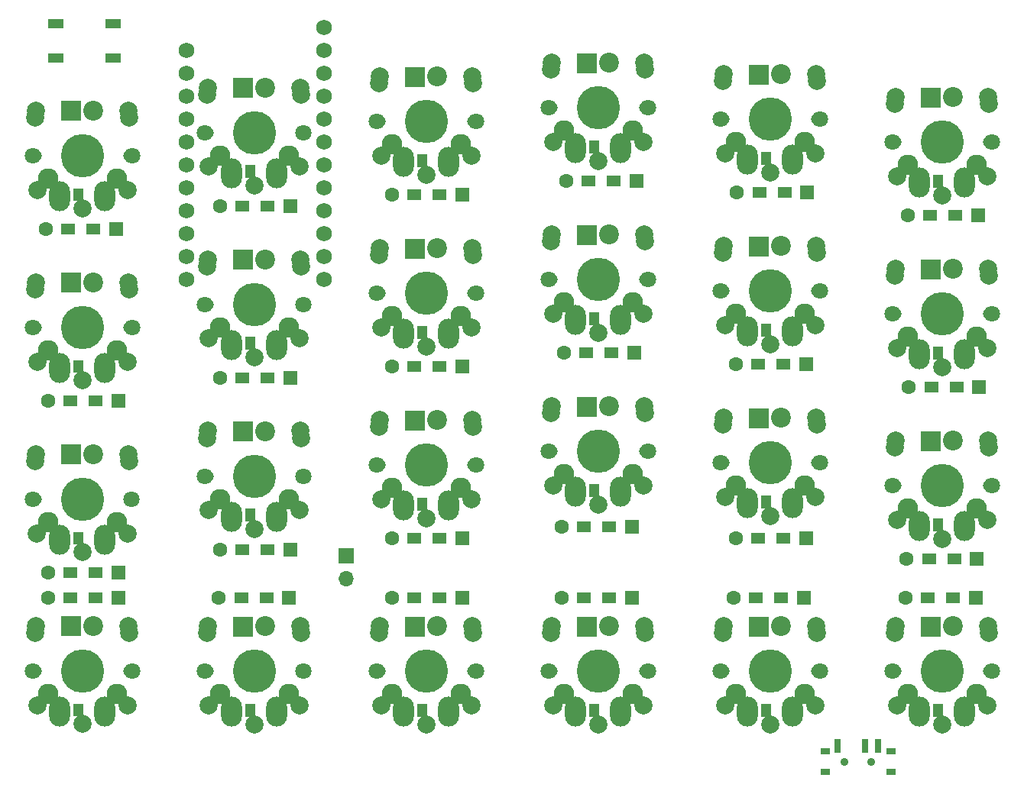
<source format=gbr>
G04 #@! TF.GenerationSoftware,KiCad,Pcbnew,5.1.9*
G04 #@! TF.CreationDate,2021-01-25T17:48:52-06:00*
G04 #@! TF.ProjectId,halfboard,68616c66-626f-4617-9264-2e6b69636164,rev?*
G04 #@! TF.SameCoordinates,Original*
G04 #@! TF.FileFunction,Soldermask,Top*
G04 #@! TF.FilePolarity,Negative*
%FSLAX46Y46*%
G04 Gerber Fmt 4.6, Leading zero omitted, Abs format (unit mm)*
G04 Created by KiCad (PCBNEW 5.1.9) date 2021-01-25 17:48:52*
%MOMM*%
%LPD*%
G01*
G04 APERTURE LIST*
%ADD10C,0.100000*%
%ADD11C,2.000000*%
%ADD12R,2.200000X2.200000*%
%ADD13C,2.200000*%
%ADD14C,1.193800*%
%ADD15O,2.300000X3.337000*%
%ADD16C,2.286000*%
%ADD17C,1.800000*%
%ADD18C,4.800000*%
%ADD19R,1.700000X1.000000*%
%ADD20C,0.900000*%
%ADD21C,1.752600*%
%ADD22R,1.000000X0.800000*%
%ADD23R,0.700000X1.500000*%
%ADD24R,1.600000X1.200000*%
%ADD25C,1.600000*%
%ADD26R,1.600000X1.600000*%
%ADD27O,1.700000X1.700000*%
%ADD28R,1.700000X1.700000*%
G04 APERTURE END LIST*
D10*
G04 #@! TO.C,SW24*
G36*
X194468303Y-129620530D02*
G01*
X193452303Y-129620530D01*
X193452303Y-130941330D01*
X194468303Y-130941330D01*
X194468303Y-129620530D01*
G37*
X194468303Y-129620530D02*
X193452303Y-129620530D01*
X193452303Y-130941330D01*
X194468303Y-130941330D01*
X194468303Y-129620530D01*
G04 #@! TO.C,SW23*
G36*
X175418303Y-129620530D02*
G01*
X174402303Y-129620530D01*
X174402303Y-130941330D01*
X175418303Y-130941330D01*
X175418303Y-129620530D01*
G37*
X175418303Y-129620530D02*
X174402303Y-129620530D01*
X174402303Y-130941330D01*
X175418303Y-130941330D01*
X175418303Y-129620530D01*
G04 #@! TO.C,SW22*
G36*
X156368303Y-129620530D02*
G01*
X155352303Y-129620530D01*
X155352303Y-130941330D01*
X156368303Y-130941330D01*
X156368303Y-129620530D01*
G37*
X156368303Y-129620530D02*
X155352303Y-129620530D01*
X155352303Y-130941330D01*
X156368303Y-130941330D01*
X156368303Y-129620530D01*
G04 #@! TO.C,SW21*
G36*
X137318303Y-129620530D02*
G01*
X136302303Y-129620530D01*
X136302303Y-130941330D01*
X137318303Y-130941330D01*
X137318303Y-129620530D01*
G37*
X137318303Y-129620530D02*
X136302303Y-129620530D01*
X136302303Y-130941330D01*
X137318303Y-130941330D01*
X137318303Y-129620530D01*
G04 #@! TO.C,SW20*
G36*
X118262400Y-129616200D02*
G01*
X117246400Y-129616200D01*
X117246400Y-130937000D01*
X118262400Y-130937000D01*
X118262400Y-129616200D01*
G37*
X118262400Y-129616200D02*
X117246400Y-129616200D01*
X117246400Y-130937000D01*
X118262400Y-130937000D01*
X118262400Y-129616200D01*
G04 #@! TO.C,SW19*
G36*
X99220000Y-129590800D02*
G01*
X98204000Y-129590800D01*
X98204000Y-130911600D01*
X99220000Y-130911600D01*
X99220000Y-129590800D01*
G37*
X99220000Y-129590800D02*
X98204000Y-129590800D01*
X98204000Y-130911600D01*
X99220000Y-130911600D01*
X99220000Y-129590800D01*
G04 #@! TO.C,SW18*
G36*
X194468303Y-109046530D02*
G01*
X193452303Y-109046530D01*
X193452303Y-110367330D01*
X194468303Y-110367330D01*
X194468303Y-109046530D01*
G37*
X194468303Y-109046530D02*
X193452303Y-109046530D01*
X193452303Y-110367330D01*
X194468303Y-110367330D01*
X194468303Y-109046530D01*
G04 #@! TO.C,SW17*
G36*
X175418303Y-106506530D02*
G01*
X174402303Y-106506530D01*
X174402303Y-107827330D01*
X175418303Y-107827330D01*
X175418303Y-106506530D01*
G37*
X175418303Y-106506530D02*
X174402303Y-106506530D01*
X174402303Y-107827330D01*
X175418303Y-107827330D01*
X175418303Y-106506530D01*
G04 #@! TO.C,SW16*
G36*
X156368303Y-105236530D02*
G01*
X155352303Y-105236530D01*
X155352303Y-106557330D01*
X156368303Y-106557330D01*
X156368303Y-105236530D01*
G37*
X156368303Y-105236530D02*
X155352303Y-105236530D01*
X155352303Y-106557330D01*
X156368303Y-106557330D01*
X156368303Y-105236530D01*
G04 #@! TO.C,SW15*
G36*
X137318303Y-106760530D02*
G01*
X136302303Y-106760530D01*
X136302303Y-108081330D01*
X137318303Y-108081330D01*
X137318303Y-106760530D01*
G37*
X137318303Y-106760530D02*
X136302303Y-106760530D01*
X136302303Y-108081330D01*
X137318303Y-108081330D01*
X137318303Y-106760530D01*
G04 #@! TO.C,SW14*
G36*
X118265231Y-107987030D02*
G01*
X117249231Y-107987030D01*
X117249231Y-109307830D01*
X118265231Y-109307830D01*
X118265231Y-107987030D01*
G37*
X118265231Y-107987030D02*
X117249231Y-107987030D01*
X117249231Y-109307830D01*
X118265231Y-109307830D01*
X118265231Y-107987030D01*
G04 #@! TO.C,SW13*
G36*
X99212400Y-110540800D02*
G01*
X98196400Y-110540800D01*
X98196400Y-111861600D01*
X99212400Y-111861600D01*
X99212400Y-110540800D01*
G37*
X99212400Y-110540800D02*
X98196400Y-110540800D01*
X98196400Y-111861600D01*
X99212400Y-111861600D01*
X99212400Y-110540800D01*
G04 #@! TO.C,SW12*
G36*
X194468303Y-89996530D02*
G01*
X193452303Y-89996530D01*
X193452303Y-91317330D01*
X194468303Y-91317330D01*
X194468303Y-89996530D01*
G37*
X194468303Y-89996530D02*
X193452303Y-89996530D01*
X193452303Y-91317330D01*
X194468303Y-91317330D01*
X194468303Y-89996530D01*
G04 #@! TO.C,SW11*
G36*
X175418303Y-87456530D02*
G01*
X174402303Y-87456530D01*
X174402303Y-88777330D01*
X175418303Y-88777330D01*
X175418303Y-87456530D01*
G37*
X175418303Y-87456530D02*
X174402303Y-87456530D01*
X174402303Y-88777330D01*
X175418303Y-88777330D01*
X175418303Y-87456530D01*
G04 #@! TO.C,SW10*
G36*
X156368303Y-86186530D02*
G01*
X155352303Y-86186530D01*
X155352303Y-87507330D01*
X156368303Y-87507330D01*
X156368303Y-86186530D01*
G37*
X156368303Y-86186530D02*
X155352303Y-86186530D01*
X155352303Y-87507330D01*
X156368303Y-87507330D01*
X156368303Y-86186530D01*
G04 #@! TO.C,SW9*
G36*
X137318303Y-87710530D02*
G01*
X136302303Y-87710530D01*
X136302303Y-89031330D01*
X137318303Y-89031330D01*
X137318303Y-87710530D01*
G37*
X137318303Y-87710530D02*
X136302303Y-87710530D01*
X136302303Y-89031330D01*
X137318303Y-89031330D01*
X137318303Y-87710530D01*
G04 #@! TO.C,SW8*
G36*
X118265231Y-88938629D02*
G01*
X117249231Y-88938629D01*
X117249231Y-90259429D01*
X118265231Y-90259429D01*
X118265231Y-88938629D01*
G37*
X118265231Y-88938629D02*
X117249231Y-88938629D01*
X117249231Y-90259429D01*
X118265231Y-90259429D01*
X118265231Y-88938629D01*
G04 #@! TO.C,SW7*
G36*
X99220000Y-91490800D02*
G01*
X98204000Y-91490800D01*
X98204000Y-92811600D01*
X99220000Y-92811600D01*
X99220000Y-91490800D01*
G37*
X99220000Y-91490800D02*
X98204000Y-91490800D01*
X98204000Y-92811600D01*
X99220000Y-92811600D01*
X99220000Y-91490800D01*
G04 #@! TO.C,SW6*
G36*
X194468303Y-70946530D02*
G01*
X193452303Y-70946530D01*
X193452303Y-72267330D01*
X194468303Y-72267330D01*
X194468303Y-70946530D01*
G37*
X194468303Y-70946530D02*
X193452303Y-70946530D01*
X193452303Y-72267330D01*
X194468303Y-72267330D01*
X194468303Y-70946530D01*
G04 #@! TO.C,SW5*
G36*
X175418303Y-68406530D02*
G01*
X174402303Y-68406530D01*
X174402303Y-69727330D01*
X175418303Y-69727330D01*
X175418303Y-68406530D01*
G37*
X175418303Y-68406530D02*
X174402303Y-68406530D01*
X174402303Y-69727330D01*
X175418303Y-69727330D01*
X175418303Y-68406530D01*
G04 #@! TO.C,SW4*
G36*
X156368303Y-67136530D02*
G01*
X155352303Y-67136530D01*
X155352303Y-68457330D01*
X156368303Y-68457330D01*
X156368303Y-67136530D01*
G37*
X156368303Y-67136530D02*
X155352303Y-67136530D01*
X155352303Y-68457330D01*
X156368303Y-68457330D01*
X156368303Y-67136530D01*
G04 #@! TO.C,SW3*
G36*
X137318303Y-68656530D02*
G01*
X136302303Y-68656530D01*
X136302303Y-69977330D01*
X137318303Y-69977330D01*
X137318303Y-68656530D01*
G37*
X137318303Y-68656530D02*
X136302303Y-68656530D01*
X136302303Y-69977330D01*
X137318303Y-69977330D01*
X137318303Y-68656530D01*
G04 #@! TO.C,SW2*
G36*
X118265231Y-69890530D02*
G01*
X117249231Y-69890530D01*
X117249231Y-71211330D01*
X118265231Y-71211330D01*
X118265231Y-69890530D01*
G37*
X118265231Y-69890530D02*
X117249231Y-69890530D01*
X117249231Y-71211330D01*
X118265231Y-71211330D01*
X118265231Y-69890530D01*
G04 #@! TO.C,SW1*
G36*
X99220000Y-72440800D02*
G01*
X98204000Y-72440800D01*
X98204000Y-73761600D01*
X99220000Y-73761600D01*
X99220000Y-72440800D01*
G37*
X99220000Y-72440800D02*
X98204000Y-72440800D01*
X98204000Y-73761600D01*
X99220000Y-73761600D01*
X99220000Y-72440800D01*
G04 #@! TD*
D11*
G04 #@! TO.C,SW24*
X189248303Y-121788330D03*
X199688303Y-121788330D03*
D12*
X193198303Y-121058330D03*
D13*
X195698303Y-121008330D03*
D14*
X189388303Y-125988330D03*
X199548303Y-125988330D03*
D15*
X191948303Y-130488330D03*
X196988303Y-130488330D03*
D16*
X190658303Y-128528330D03*
X198278303Y-128528330D03*
D11*
X189318303Y-120988330D03*
X199468303Y-129788330D03*
X199618303Y-120988330D03*
X194468303Y-131888330D03*
X189468303Y-129788330D03*
D17*
X188968303Y-125988330D03*
X199968303Y-125988330D03*
D18*
X194468303Y-125988330D03*
G04 #@! TD*
D11*
G04 #@! TO.C,SW23*
X170198303Y-121788330D03*
X180638303Y-121788330D03*
D12*
X174148303Y-121058330D03*
D13*
X176648303Y-121008330D03*
D14*
X170338303Y-125988330D03*
X180498303Y-125988330D03*
D15*
X172898303Y-130488330D03*
X177938303Y-130488330D03*
D16*
X171608303Y-128528330D03*
X179228303Y-128528330D03*
D11*
X170268303Y-120988330D03*
X180418303Y-129788330D03*
X180568303Y-120988330D03*
X175418303Y-131888330D03*
X170418303Y-129788330D03*
D17*
X169918303Y-125988330D03*
X180918303Y-125988330D03*
D18*
X175418303Y-125988330D03*
G04 #@! TD*
D11*
G04 #@! TO.C,SW22*
X151148303Y-121788330D03*
X161588303Y-121788330D03*
D12*
X155098303Y-121058330D03*
D13*
X157598303Y-121008330D03*
D14*
X151288303Y-125988330D03*
X161448303Y-125988330D03*
D15*
X153848303Y-130488330D03*
X158888303Y-130488330D03*
D16*
X152558303Y-128528330D03*
X160178303Y-128528330D03*
D11*
X151218303Y-120988330D03*
X161368303Y-129788330D03*
X161518303Y-120988330D03*
X156368303Y-131888330D03*
X151368303Y-129788330D03*
D17*
X150868303Y-125988330D03*
X161868303Y-125988330D03*
D18*
X156368303Y-125988330D03*
G04 #@! TD*
D11*
G04 #@! TO.C,SW21*
X132098303Y-121788330D03*
X142538303Y-121788330D03*
D12*
X136048303Y-121058330D03*
D13*
X138548303Y-121008330D03*
D14*
X132238303Y-125988330D03*
X142398303Y-125988330D03*
D15*
X134798303Y-130488330D03*
X139838303Y-130488330D03*
D16*
X133508303Y-128528330D03*
X141128303Y-128528330D03*
D11*
X132168303Y-120988330D03*
X142318303Y-129788330D03*
X142468303Y-120988330D03*
X137318303Y-131888330D03*
X132318303Y-129788330D03*
D17*
X131818303Y-125988330D03*
X142818303Y-125988330D03*
D18*
X137318303Y-125988330D03*
G04 #@! TD*
D11*
G04 #@! TO.C,SW20*
X113042400Y-121784000D03*
X123482400Y-121784000D03*
D12*
X116992400Y-121054000D03*
D13*
X119492400Y-121004000D03*
D14*
X113182400Y-125984000D03*
X123342400Y-125984000D03*
D15*
X115742400Y-130484000D03*
X120782400Y-130484000D03*
D16*
X114452400Y-128524000D03*
X122072400Y-128524000D03*
D11*
X113112400Y-120984000D03*
X123262400Y-129784000D03*
X123412400Y-120984000D03*
X118262400Y-131884000D03*
X113262400Y-129784000D03*
D17*
X112762400Y-125984000D03*
X123762400Y-125984000D03*
D18*
X118262400Y-125984000D03*
G04 #@! TD*
D11*
G04 #@! TO.C,SW19*
X94000000Y-121758600D03*
X104440000Y-121758600D03*
D12*
X97950000Y-121028600D03*
D13*
X100450000Y-120978600D03*
D14*
X94140000Y-125958600D03*
X104300000Y-125958600D03*
D15*
X96700000Y-130458600D03*
X101740000Y-130458600D03*
D16*
X95410000Y-128498600D03*
X103030000Y-128498600D03*
D11*
X94070000Y-120958600D03*
X104220000Y-129758600D03*
X104370000Y-120958600D03*
X99220000Y-131858600D03*
X94220000Y-129758600D03*
D17*
X93720000Y-125958600D03*
X104720000Y-125958600D03*
D18*
X99220000Y-125958600D03*
G04 #@! TD*
D11*
G04 #@! TO.C,SW18*
X189248303Y-101214330D03*
X199688303Y-101214330D03*
D12*
X193198303Y-100484330D03*
D13*
X195698303Y-100434330D03*
D14*
X189388303Y-105414330D03*
X199548303Y-105414330D03*
D15*
X191948303Y-109914330D03*
X196988303Y-109914330D03*
D16*
X190658303Y-107954330D03*
X198278303Y-107954330D03*
D11*
X189318303Y-100414330D03*
X199468303Y-109214330D03*
X199618303Y-100414330D03*
X194468303Y-111314330D03*
X189468303Y-109214330D03*
D17*
X188968303Y-105414330D03*
X199968303Y-105414330D03*
D18*
X194468303Y-105414330D03*
G04 #@! TD*
D11*
G04 #@! TO.C,SW17*
X170198303Y-98674330D03*
X180638303Y-98674330D03*
D12*
X174148303Y-97944330D03*
D13*
X176648303Y-97894330D03*
D14*
X170338303Y-102874330D03*
X180498303Y-102874330D03*
D15*
X172898303Y-107374330D03*
X177938303Y-107374330D03*
D16*
X171608303Y-105414330D03*
X179228303Y-105414330D03*
D11*
X170268303Y-97874330D03*
X180418303Y-106674330D03*
X180568303Y-97874330D03*
X175418303Y-108774330D03*
X170418303Y-106674330D03*
D17*
X169918303Y-102874330D03*
X180918303Y-102874330D03*
D18*
X175418303Y-102874330D03*
G04 #@! TD*
D11*
G04 #@! TO.C,SW16*
X151148303Y-97404330D03*
X161588303Y-97404330D03*
D12*
X155098303Y-96674330D03*
D13*
X157598303Y-96624330D03*
D14*
X151288303Y-101604330D03*
X161448303Y-101604330D03*
D15*
X153848303Y-106104330D03*
X158888303Y-106104330D03*
D16*
X152558303Y-104144330D03*
X160178303Y-104144330D03*
D11*
X151218303Y-96604330D03*
X161368303Y-105404330D03*
X161518303Y-96604330D03*
X156368303Y-107504330D03*
X151368303Y-105404330D03*
D17*
X150868303Y-101604330D03*
X161868303Y-101604330D03*
D18*
X156368303Y-101604330D03*
G04 #@! TD*
D11*
G04 #@! TO.C,SW15*
X132098303Y-98928330D03*
X142538303Y-98928330D03*
D12*
X136048303Y-98198330D03*
D13*
X138548303Y-98148330D03*
D14*
X132238303Y-103128330D03*
X142398303Y-103128330D03*
D15*
X134798303Y-107628330D03*
X139838303Y-107628330D03*
D16*
X133508303Y-105668330D03*
X141128303Y-105668330D03*
D11*
X132168303Y-98128330D03*
X142318303Y-106928330D03*
X142468303Y-98128330D03*
X137318303Y-109028330D03*
X132318303Y-106928330D03*
D17*
X131818303Y-103128330D03*
X142818303Y-103128330D03*
D18*
X137318303Y-103128330D03*
G04 #@! TD*
D11*
G04 #@! TO.C,SW14*
X113045231Y-100154830D03*
X123485231Y-100154830D03*
D12*
X116995231Y-99424830D03*
D13*
X119495231Y-99374830D03*
D14*
X113185231Y-104354830D03*
X123345231Y-104354830D03*
D15*
X115745231Y-108854830D03*
X120785231Y-108854830D03*
D16*
X114455231Y-106894830D03*
X122075231Y-106894830D03*
D11*
X113115231Y-99354830D03*
X123265231Y-108154830D03*
X123415231Y-99354830D03*
X118265231Y-110254830D03*
X113265231Y-108154830D03*
D17*
X112765231Y-104354830D03*
X123765231Y-104354830D03*
D18*
X118265231Y-104354830D03*
G04 #@! TD*
D11*
G04 #@! TO.C,SW13*
X93992400Y-102708600D03*
X104432400Y-102708600D03*
D12*
X97942400Y-101978600D03*
D13*
X100442400Y-101928600D03*
D14*
X94132400Y-106908600D03*
X104292400Y-106908600D03*
D15*
X96692400Y-111408600D03*
X101732400Y-111408600D03*
D16*
X95402400Y-109448600D03*
X103022400Y-109448600D03*
D11*
X94062400Y-101908600D03*
X104212400Y-110708600D03*
X104362400Y-101908600D03*
X99212400Y-112808600D03*
X94212400Y-110708600D03*
D17*
X93712400Y-106908600D03*
X104712400Y-106908600D03*
D18*
X99212400Y-106908600D03*
G04 #@! TD*
D11*
G04 #@! TO.C,SW12*
X189248303Y-82164330D03*
X199688303Y-82164330D03*
D12*
X193198303Y-81434330D03*
D13*
X195698303Y-81384330D03*
D14*
X189388303Y-86364330D03*
X199548303Y-86364330D03*
D15*
X191948303Y-90864330D03*
X196988303Y-90864330D03*
D16*
X190658303Y-88904330D03*
X198278303Y-88904330D03*
D11*
X189318303Y-81364330D03*
X199468303Y-90164330D03*
X199618303Y-81364330D03*
X194468303Y-92264330D03*
X189468303Y-90164330D03*
D17*
X188968303Y-86364330D03*
X199968303Y-86364330D03*
D18*
X194468303Y-86364330D03*
G04 #@! TD*
D11*
G04 #@! TO.C,SW11*
X170198303Y-79624330D03*
X180638303Y-79624330D03*
D12*
X174148303Y-78894330D03*
D13*
X176648303Y-78844330D03*
D14*
X170338303Y-83824330D03*
X180498303Y-83824330D03*
D15*
X172898303Y-88324330D03*
X177938303Y-88324330D03*
D16*
X171608303Y-86364330D03*
X179228303Y-86364330D03*
D11*
X170268303Y-78824330D03*
X180418303Y-87624330D03*
X180568303Y-78824330D03*
X175418303Y-89724330D03*
X170418303Y-87624330D03*
D17*
X169918303Y-83824330D03*
X180918303Y-83824330D03*
D18*
X175418303Y-83824330D03*
G04 #@! TD*
D11*
G04 #@! TO.C,SW10*
X151148303Y-78354330D03*
X161588303Y-78354330D03*
D12*
X155098303Y-77624330D03*
D13*
X157598303Y-77574330D03*
D14*
X151288303Y-82554330D03*
X161448303Y-82554330D03*
D15*
X153848303Y-87054330D03*
X158888303Y-87054330D03*
D16*
X152558303Y-85094330D03*
X160178303Y-85094330D03*
D11*
X151218303Y-77554330D03*
X161368303Y-86354330D03*
X161518303Y-77554330D03*
X156368303Y-88454330D03*
X151368303Y-86354330D03*
D17*
X150868303Y-82554330D03*
X161868303Y-82554330D03*
D18*
X156368303Y-82554330D03*
G04 #@! TD*
D11*
G04 #@! TO.C,SW9*
X132098303Y-79878330D03*
X142538303Y-79878330D03*
D12*
X136048303Y-79148330D03*
D13*
X138548303Y-79098330D03*
D14*
X132238303Y-84078330D03*
X142398303Y-84078330D03*
D15*
X134798303Y-88578330D03*
X139838303Y-88578330D03*
D16*
X133508303Y-86618330D03*
X141128303Y-86618330D03*
D11*
X132168303Y-79078330D03*
X142318303Y-87878330D03*
X142468303Y-79078330D03*
X137318303Y-89978330D03*
X132318303Y-87878330D03*
D17*
X131818303Y-84078330D03*
X142818303Y-84078330D03*
D18*
X137318303Y-84078330D03*
G04 #@! TD*
D11*
G04 #@! TO.C,SW8*
X113045231Y-81106429D03*
X123485231Y-81106429D03*
D12*
X116995231Y-80376429D03*
D13*
X119495231Y-80326429D03*
D14*
X113185231Y-85306429D03*
X123345231Y-85306429D03*
D15*
X115745231Y-89806429D03*
X120785231Y-89806429D03*
D16*
X114455231Y-87846429D03*
X122075231Y-87846429D03*
D11*
X113115231Y-80306429D03*
X123265231Y-89106429D03*
X123415231Y-80306429D03*
X118265231Y-91206429D03*
X113265231Y-89106429D03*
D17*
X112765231Y-85306429D03*
X123765231Y-85306429D03*
D18*
X118265231Y-85306429D03*
G04 #@! TD*
D11*
G04 #@! TO.C,SW7*
X94000000Y-83658600D03*
X104440000Y-83658600D03*
D12*
X97950000Y-82928600D03*
D13*
X100450000Y-82878600D03*
D14*
X94140000Y-87858600D03*
X104300000Y-87858600D03*
D15*
X96700000Y-92358600D03*
X101740000Y-92358600D03*
D16*
X95410000Y-90398600D03*
X103030000Y-90398600D03*
D11*
X94070000Y-82858600D03*
X104220000Y-91658600D03*
X104370000Y-82858600D03*
X99220000Y-93758600D03*
X94220000Y-91658600D03*
D17*
X93720000Y-87858600D03*
X104720000Y-87858600D03*
D18*
X99220000Y-87858600D03*
G04 #@! TD*
D11*
G04 #@! TO.C,SW6*
X189248303Y-63114330D03*
X199688303Y-63114330D03*
D12*
X193198303Y-62384330D03*
D13*
X195698303Y-62334330D03*
D14*
X189388303Y-67314330D03*
X199548303Y-67314330D03*
D15*
X191948303Y-71814330D03*
X196988303Y-71814330D03*
D16*
X190658303Y-69854330D03*
X198278303Y-69854330D03*
D11*
X189318303Y-62314330D03*
X199468303Y-71114330D03*
X199618303Y-62314330D03*
X194468303Y-73214330D03*
X189468303Y-71114330D03*
D17*
X188968303Y-67314330D03*
X199968303Y-67314330D03*
D18*
X194468303Y-67314330D03*
G04 #@! TD*
D11*
G04 #@! TO.C,SW5*
X170198303Y-60574330D03*
X180638303Y-60574330D03*
D12*
X174148303Y-59844330D03*
D13*
X176648303Y-59794330D03*
D14*
X170338303Y-64774330D03*
X180498303Y-64774330D03*
D15*
X172898303Y-69274330D03*
X177938303Y-69274330D03*
D16*
X171608303Y-67314330D03*
X179228303Y-67314330D03*
D11*
X170268303Y-59774330D03*
X180418303Y-68574330D03*
X180568303Y-59774330D03*
X175418303Y-70674330D03*
X170418303Y-68574330D03*
D17*
X169918303Y-64774330D03*
X180918303Y-64774330D03*
D18*
X175418303Y-64774330D03*
G04 #@! TD*
D11*
G04 #@! TO.C,SW4*
X151148303Y-59304330D03*
X161588303Y-59304330D03*
D12*
X155098303Y-58574330D03*
D13*
X157598303Y-58524330D03*
D14*
X151288303Y-63504330D03*
X161448303Y-63504330D03*
D15*
X153848303Y-68004330D03*
X158888303Y-68004330D03*
D16*
X152558303Y-66044330D03*
X160178303Y-66044330D03*
D11*
X151218303Y-58504330D03*
X161368303Y-67304330D03*
X161518303Y-58504330D03*
X156368303Y-69404330D03*
X151368303Y-67304330D03*
D17*
X150868303Y-63504330D03*
X161868303Y-63504330D03*
D18*
X156368303Y-63504330D03*
G04 #@! TD*
D11*
G04 #@! TO.C,SW3*
X132098303Y-60824330D03*
X142538303Y-60824330D03*
D12*
X136048303Y-60094330D03*
D13*
X138548303Y-60044330D03*
D14*
X132238303Y-65024330D03*
X142398303Y-65024330D03*
D15*
X134798303Y-69524330D03*
X139838303Y-69524330D03*
D16*
X133508303Y-67564330D03*
X141128303Y-67564330D03*
D11*
X132168303Y-60024330D03*
X142318303Y-68824330D03*
X142468303Y-60024330D03*
X137318303Y-70924330D03*
X132318303Y-68824330D03*
D17*
X131818303Y-65024330D03*
X142818303Y-65024330D03*
D18*
X137318303Y-65024330D03*
G04 #@! TD*
D11*
G04 #@! TO.C,SW2*
X113045231Y-62058330D03*
X123485231Y-62058330D03*
D12*
X116995231Y-61328330D03*
D13*
X119495231Y-61278330D03*
D14*
X113185231Y-66258330D03*
X123345231Y-66258330D03*
D15*
X115745231Y-70758330D03*
X120785231Y-70758330D03*
D16*
X114455231Y-68798330D03*
X122075231Y-68798330D03*
D11*
X113115231Y-61258330D03*
X123265231Y-70058330D03*
X123415231Y-61258330D03*
X118265231Y-72158330D03*
X113265231Y-70058330D03*
D17*
X112765231Y-66258330D03*
X123765231Y-66258330D03*
D18*
X118265231Y-66258330D03*
G04 #@! TD*
D11*
G04 #@! TO.C,SW1*
X94000000Y-64608600D03*
X104440000Y-64608600D03*
D12*
X97950000Y-63878600D03*
D13*
X100450000Y-63828600D03*
D14*
X94140000Y-68808600D03*
X104300000Y-68808600D03*
D15*
X96700000Y-73308600D03*
X101740000Y-73308600D03*
D16*
X95410000Y-71348600D03*
X103030000Y-71348600D03*
D11*
X94070000Y-63808600D03*
X104220000Y-72608600D03*
X104370000Y-63808600D03*
X99220000Y-74708600D03*
X94220000Y-72608600D03*
D17*
X93720000Y-68808600D03*
X104720000Y-68808600D03*
D18*
X99220000Y-68808600D03*
G04 #@! TD*
D19*
G04 #@! TO.C,RESET1*
X102616400Y-57957800D03*
X96316400Y-57957800D03*
X102616400Y-54157800D03*
X96316400Y-54157800D03*
G04 #@! TD*
D20*
G04 #@! TO.C,PWR_SW2*
X183640600Y-136042200D03*
X186640600Y-136042200D03*
G04 #@! TD*
D21*
G04 #@! TO.C,U1*
X110744000Y-57150000D03*
X110744000Y-59690000D03*
X110744000Y-62230000D03*
X110744000Y-64770000D03*
X110744000Y-67310000D03*
X110744000Y-69850000D03*
X110744000Y-72390000D03*
X110744000Y-74930000D03*
X110744000Y-77470000D03*
X110744000Y-80010000D03*
X125984000Y-82550000D03*
X125984000Y-80010000D03*
X125984000Y-77470000D03*
X125984000Y-74930000D03*
X125984000Y-72390000D03*
X125984000Y-69850000D03*
X125984000Y-67310000D03*
X125984000Y-64770000D03*
X125984000Y-62230000D03*
X125984000Y-59690000D03*
X125984000Y-57150000D03*
X110744000Y-82550000D03*
X125984000Y-54610000D03*
G04 #@! TD*
D22*
G04 #@! TO.C,PWR_SW1*
X181516000Y-134906800D03*
X188816000Y-134906800D03*
X188816000Y-137116800D03*
X181516000Y-137116800D03*
D23*
X187416000Y-134256800D03*
X185916000Y-134256800D03*
X182916000Y-134256800D03*
D20*
X186666000Y-136016800D03*
X183666000Y-136016800D03*
G04 #@! TD*
D24*
G04 #@! TO.C,D24*
X195710000Y-117856000D03*
X192910000Y-117856000D03*
D25*
X190410000Y-117856000D03*
D26*
X198210000Y-117856000D03*
G04 #@! TD*
D24*
G04 #@! TO.C,D23*
X176660000Y-117856000D03*
X173860000Y-117856000D03*
D25*
X171360000Y-117856000D03*
D26*
X179160000Y-117856000D03*
G04 #@! TD*
D24*
G04 #@! TO.C,D22*
X157610000Y-117856000D03*
X154810000Y-117856000D03*
D25*
X152310000Y-117856000D03*
D26*
X160110000Y-117856000D03*
G04 #@! TD*
D24*
G04 #@! TO.C,D21*
X138814000Y-117856000D03*
X136014000Y-117856000D03*
D25*
X133514000Y-117856000D03*
D26*
X141314000Y-117856000D03*
G04 #@! TD*
D24*
G04 #@! TO.C,D20*
X119640000Y-117856000D03*
X116840000Y-117856000D03*
D25*
X114340000Y-117856000D03*
D26*
X122140000Y-117856000D03*
G04 #@! TD*
D24*
G04 #@! TO.C,D19*
X100714000Y-117856000D03*
X97914000Y-117856000D03*
D25*
X95414000Y-117856000D03*
D26*
X103214000Y-117856000D03*
G04 #@! TD*
D24*
G04 #@! TO.C,D18*
X195834000Y-113538000D03*
X193034000Y-113538000D03*
D25*
X190534000Y-113538000D03*
D26*
X198334000Y-113538000D03*
G04 #@! TD*
D24*
G04 #@! TO.C,D17*
X176914000Y-111252000D03*
X174114000Y-111252000D03*
D25*
X171614000Y-111252000D03*
D26*
X179414000Y-111252000D03*
G04 #@! TD*
D24*
G04 #@! TO.C,D16*
X157610000Y-109982000D03*
X154810000Y-109982000D03*
D25*
X152310000Y-109982000D03*
D26*
X160110000Y-109982000D03*
G04 #@! TD*
D24*
G04 #@! TO.C,D15*
X138814000Y-111252000D03*
X136014000Y-111252000D03*
D25*
X133514000Y-111252000D03*
D26*
X141314000Y-111252000D03*
G04 #@! TD*
D24*
G04 #@! TO.C,D14*
X119764000Y-112522000D03*
X116964000Y-112522000D03*
D25*
X114464000Y-112522000D03*
D26*
X122264000Y-112522000D03*
G04 #@! TD*
D24*
G04 #@! TO.C,D13*
X100714000Y-115062000D03*
X97914000Y-115062000D03*
D25*
X95414000Y-115062000D03*
D26*
X103214000Y-115062000D03*
G04 #@! TD*
D24*
G04 #@! TO.C,D12*
X196088000Y-94488000D03*
X193288000Y-94488000D03*
D25*
X190788000Y-94488000D03*
D26*
X198588000Y-94488000D03*
G04 #@! TD*
D24*
G04 #@! TO.C,D11*
X176914000Y-91948000D03*
X174114000Y-91948000D03*
D25*
X171614000Y-91948000D03*
D26*
X179414000Y-91948000D03*
G04 #@! TD*
D24*
G04 #@! TO.C,D10*
X157864000Y-90678000D03*
X155064000Y-90678000D03*
D25*
X152564000Y-90678000D03*
D26*
X160364000Y-90678000D03*
G04 #@! TD*
D24*
G04 #@! TO.C,D9*
X138814000Y-92202000D03*
X136014000Y-92202000D03*
D25*
X133514000Y-92202000D03*
D26*
X141314000Y-92202000D03*
G04 #@! TD*
D24*
G04 #@! TO.C,D8*
X119764000Y-93472000D03*
X116964000Y-93472000D03*
D25*
X114464000Y-93472000D03*
D26*
X122264000Y-93472000D03*
G04 #@! TD*
D24*
G04 #@! TO.C,D7*
X100714000Y-96012000D03*
X97914000Y-96012000D03*
D25*
X95414000Y-96012000D03*
D26*
X103214000Y-96012000D03*
G04 #@! TD*
D24*
G04 #@! TO.C,D6*
X195964000Y-75438000D03*
X193164000Y-75438000D03*
D25*
X190664000Y-75438000D03*
D26*
X198464000Y-75438000D03*
G04 #@! TD*
D24*
G04 #@! TO.C,D5*
X177038000Y-72898000D03*
X174238000Y-72898000D03*
D25*
X171738000Y-72898000D03*
D26*
X179538000Y-72898000D03*
G04 #@! TD*
D24*
G04 #@! TO.C,D4*
X158118000Y-71628000D03*
X155318000Y-71628000D03*
D25*
X152818000Y-71628000D03*
D26*
X160618000Y-71628000D03*
G04 #@! TD*
D24*
G04 #@! TO.C,D3*
X138814000Y-73152000D03*
X136014000Y-73152000D03*
D25*
X133514000Y-73152000D03*
D26*
X141314000Y-73152000D03*
G04 #@! TD*
D24*
G04 #@! TO.C,D2*
X119764000Y-74422000D03*
X116964000Y-74422000D03*
D25*
X114464000Y-74422000D03*
D26*
X122264000Y-74422000D03*
G04 #@! TD*
D24*
G04 #@! TO.C,D1*
X100460000Y-76962000D03*
X97660000Y-76962000D03*
D25*
X95160000Y-76962000D03*
D26*
X102960000Y-76962000D03*
G04 #@! TD*
D27*
G04 #@! TO.C,BAT1*
X128473200Y-115697000D03*
D28*
X128473200Y-113157000D03*
G04 #@! TD*
M02*

</source>
